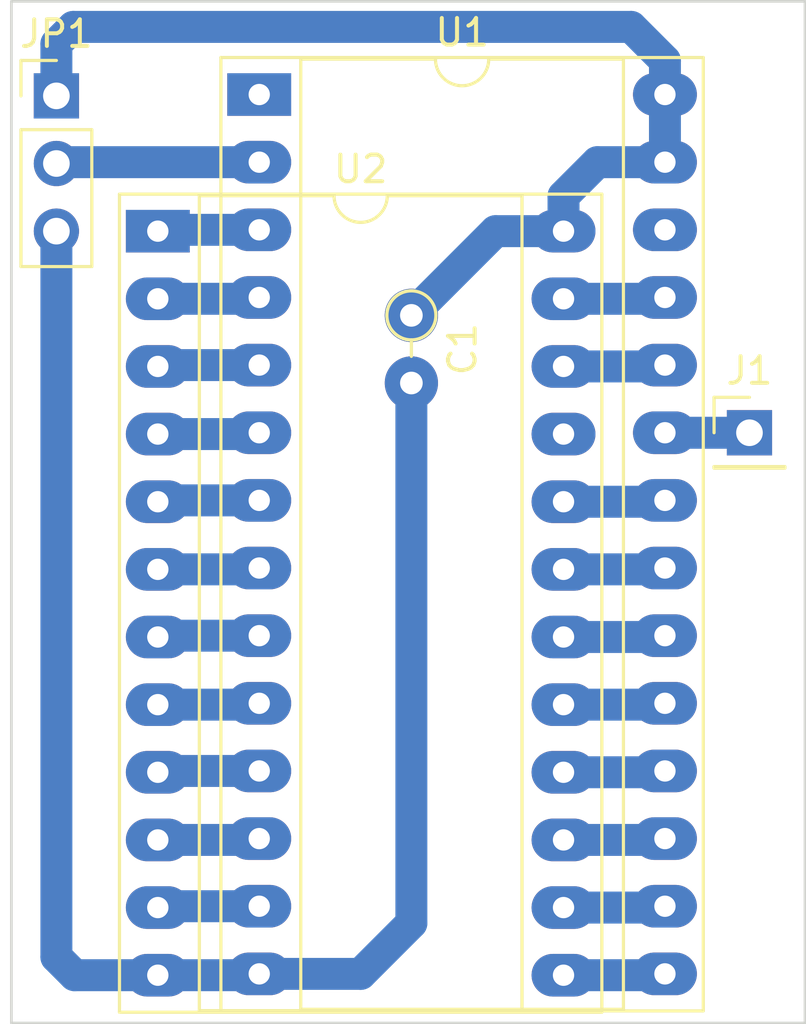
<source format=kicad_pcb>
(kicad_pcb (version 20240108) (generator "pcbnew") (generator_version "8.0")
  (layers (0 "F.Cu" jumper) (31 "B.Cu" signal) (34 "B.Paste" user) (35 "F.Paste" user) (36 "B.SilkS" user "B.Silkscreen") (37 "F.SilkS" user "F.Silkscreen") (38 "B.Mask" user) (39 "F.Mask" user) (44 "Edge.Cuts" user))
  (net 0 "")
  (net 1 "Net-(JP1-C)")
  (net 3 "Net-(U1-A7)")
  (net 4 "Net-(U1-A6)")
  (net 5 "Net-(U1-A5)")
  (net 6 "Net-(U1-A4)")
  (net 7 "Net-(U1-A3)")
  (net 8 "Net-(U1-A2)")
  (net 9 "Net-(U1-A1)")
  (net 10 "Net-(U1-A0)")
  (net 11 "Net-(U1-D0)")
  (net 12 "Net-(U1-D2)")
  (net 13 "Net-(U1-D3)")
  (net 14 "Net-(U1-D4)")
  (net 15 "Net-(U1-D5)")
  (net 16 "Net-(U1-D6)")
  (net 17 "Net-(U1-D7)")
  (net 18 "Net-(U1-~{CE})")
  (net 19 "Net-(U1-A10)")
  (net 20 "Net-(U1-~{OE})")
  (net 21 "Net-(J1-Pin_1)")
  (net 22 "Net-(U1-A9)")
  (net 23 "Net-(U1-A8)")
  (net 25 "VCC")
  (net 26 "GND")
  (net 27 "Net-(U1-D1)")
  (footprint "Package_DIP:DIP-28_W15.24mm_Socket_LongPads" (layer "F.Cu") (at 116.99 49.48)
    (property "Reference" "U1" (at 7.62 -2.33 0) (layer "F.SilkS"))
    (property "Value" "28HC64")
    (fp_line (start -1.44 -1.39) (end -1.44 34.41) (stroke (width 0.12)) (layer "F.SilkS"))
    (fp_line (start -1.44 34.41) (end 16.68 34.41) (stroke (width 0.12)) (layer "F.SilkS"))
    (fp_line (start 1.56 -1.33) (end 1.56 34.35) (stroke (width 0.12)) (layer "F.SilkS"))
    (fp_line (start 1.56 34.35) (end 13.68 34.35) (stroke (width 0.12)) (layer "F.SilkS"))
    (fp_line (start 6.62 -1.33) (end 1.56 -1.33) (stroke (width 0.12)) (layer "F.SilkS"))
    (fp_line (start 13.68 -1.33) (end 8.62 -1.33) (stroke (width 0.12)) (layer "F.SilkS"))
    (fp_line (start 13.68 34.35) (end 13.68 -1.33) (stroke (width 0.12)) (layer "F.SilkS"))
    (fp_line (start 16.68 -1.39) (end -1.44 -1.39) (stroke (width 0.12)) (layer "F.SilkS"))
    (fp_line (start 16.68 34.41) (end 16.68 -1.39) (stroke (width 0.12)) (layer "F.SilkS"))
    (fp_arc (start 8.62 -1.33) (mid 7.62 -0.33) (end 6.62 -1.33) (stroke (width 0.12)) (layer "F.SilkS"))
    (pad "1" thru_hole rect (at 0 0) (size 2.4 1.6) (drill 0.8) (layers "*.Cu" "*.Mask"))
    (pad "2" thru_hole oval (at 0 2.54) (size 2.4 1.6) (drill 0.8) (layers "*.Cu" "*.Mask") (net 1 "Net-(JP1-C)"))
    (pad "3" thru_hole oval (at 0 5.08) (size 2.4 1.6) (drill 0.8) (layers "*.Cu" "*.Mask") (net 3 "Net-(U1-A7)"))
    (pad "4" thru_hole oval (at 0 7.62) (size 2.4 1.6) (drill 0.8) (layers "*.Cu" "*.Mask") (net 4 "Net-(U1-A6)"))
    (pad "5" thru_hole oval (at 0 10.16) (size 2.4 1.6) (drill 0.8) (layers "*.Cu" "*.Mask") (net 5 "Net-(U1-A5)"))
    (pad "6" thru_hole oval (at 0 12.7) (size 2.4 1.6) (drill 0.8) (layers "*.Cu" "*.Mask") (net 6 "Net-(U1-A4)"))
    (pad "7" thru_hole oval (at 0 15.24) (size 2.4 1.6) (drill 0.8) (layers "*.Cu" "*.Mask") (net 7 "Net-(U1-A3)"))
    (pad "8" thru_hole oval (at 0 17.78) (size 2.4 1.6) (drill 0.8) (layers "*.Cu" "*.Mask") (net 8 "Net-(U1-A2)"))
    (pad "9" thru_hole oval (at 0 20.32) (size 2.4 1.6) (drill 0.8) (layers "*.Cu" "*.Mask") (net 9 "Net-(U1-A1)"))
    (pad "10" thru_hole oval (at 0 22.86) (size 2.4 1.6) (drill 0.8) (layers "*.Cu" "*.Mask") (net 10 "Net-(U1-A0)"))
    (pad "11" thru_hole oval (at 0 25.4) (size 2.4 1.6) (drill 0.8) (layers "*.Cu" "*.Mask") (net 11 "Net-(U1-D0)"))
    (pad "12" thru_hole oval (at 0 27.94) (size 2.4 1.6) (drill 0.8) (layers "*.Cu" "*.Mask") (net 27 "Net-(U1-D1)"))
    (pad "13" thru_hole oval (at 0 30.48) (size 2.4 1.6) (drill 0.8) (layers "*.Cu" "*.Mask") (net 12 "Net-(U1-D2)"))
    (pad "14" thru_hole oval (at 0 33.02) (size 2.4 1.6) (drill 0.8) (layers "*.Cu" "*.Mask") (net 26 "GND"))
    (pad "15" thru_hole oval (at 15.24 33.02) (size 2.4 1.6) (drill 0.8) (layers "*.Cu" "*.Mask") (net 13 "Net-(U1-D3)"))
    (pad "16" thru_hole oval (at 15.24 30.48) (size 2.4 1.6) (drill 0.8) (layers "*.Cu" "*.Mask") (net 14 "Net-(U1-D4)"))
    (pad "17" thru_hole oval (at 15.24 27.94) (size 2.4 1.6) (drill 0.8) (layers "*.Cu" "*.Mask") (net 15 "Net-(U1-D5)"))
    (pad "18" thru_hole oval (at 15.24 25.4) (size 2.4 1.6) (drill 0.8) (layers "*.Cu" "*.Mask") (net 16 "Net-(U1-D6)"))
    (pad "19" thru_hole oval (at 15.24 22.86) (size 2.4 1.6) (drill 0.8) (layers "*.Cu" "*.Mask") (net 17 "Net-(U1-D7)"))
    (pad "20" thru_hole oval (at 15.24 20.32) (size 2.4 1.6) (drill 0.8) (layers "*.Cu" "*.Mask") (net 18 "Net-(U1-~{CE})"))
    (pad "21" thru_hole oval (at 15.24 17.78) (size 2.4 1.6) (drill 0.8) (layers "*.Cu" "*.Mask") (net 19 "Net-(U1-A10)"))
    (pad "22" thru_hole oval (at 15.24 15.24) (size 2.4 1.6) (drill 0.8) (layers "*.Cu" "*.Mask") (net 20 "Net-(U1-~{OE})"))
    (pad "23" thru_hole oval (at 15.24 12.7) (size 2.4 1.6) (drill 0.8) (layers "*.Cu" "*.Mask") (net 21 "Net-(J1-Pin_1)"))
    (pad "24" thru_hole oval (at 15.24 10.16) (size 2.4 1.6) (drill 0.8) (layers "*.Cu" "*.Mask") (net 22 "Net-(U1-A9)"))
    (pad "25" thru_hole oval (at 15.24 7.62) (size 2.4 1.6) (drill 0.8) (layers "*.Cu" "*.Mask") (net 23 "Net-(U1-A8)"))
    (pad "26" thru_hole oval (at 15.24 5.08) (size 2.4 1.6) (drill 0.8) (layers "*.Cu" "*.Mask"))
    (pad "27" thru_hole oval (at 15.24 2.54) (size 2.4 1.6) (drill 0.8) (layers "*.Cu" "*.Mask") (net 25 "VCC"))
    (pad "28" thru_hole oval (at 15.24 0) (size 2.4 1.6) (drill 0.8) (layers "*.Cu" "*.Mask") (net 25 "VCC"))
  )
  (footprint "Package_DIP:DIP-24_W15.24mm_Socket_LongPads" (layer "F.Cu") (at 113.18 54.61)
    (property "Reference" "U2" (at 7.62 -2.33 0) (layer "F.SilkS"))
    (property "Value" "CG_ROM_SOCKET")
    (fp_line (start -1.44 -1.39) (end -1.44 29.33) (stroke (width 0.12)) (layer "F.SilkS"))
    (fp_line (start -1.44 29.33) (end 16.68 29.33) (stroke (width 0.12)) (layer "F.SilkS"))
    (fp_line (start 1.56 -1.33) (end 1.56 29.27) (stroke (width 0.12)) (layer "F.SilkS"))
    (fp_line (start 1.56 29.27) (end 13.68 29.27) (stroke (width 0.12)) (layer "F.SilkS"))
    (fp_line (start 6.62 -1.33) (end 1.56 -1.33) (stroke (width 0.12)) (layer "F.SilkS"))
    (fp_line (start 13.68 -1.33) (end 8.62 -1.33) (stroke (width 0.12)) (layer "F.SilkS"))
    (fp_line (start 13.68 29.27) (end 13.68 -1.33) (stroke (width 0.12)) (layer "F.SilkS"))
    (fp_line (start 16.68 -1.39) (end -1.44 -1.39) (stroke (width 0.12)) (layer "F.SilkS"))
    (fp_line (start 16.68 29.33) (end 16.68 -1.39) (stroke (width 0.12)) (layer "F.SilkS"))
    (fp_arc (start 8.62 -1.33) (mid 7.62 -0.33) (end 6.62 -1.33) (stroke (width 0.12)) (layer "F.SilkS"))
    (pad "1" thru_hole rect (at 0 0) (size 2.4 1.6) (drill 0.8) (layers "*.Cu" "*.Mask") (net 3 "Net-(U1-A7)"))
    (pad "2" thru_hole oval (at 0 2.54) (size 2.4 1.6) (drill 0.8) (layers "*.Cu" "*.Mask") (net 4 "Net-(U1-A6)"))
    (pad "3" thru_hole oval (at 0 5.08) (size 2.4 1.6) (drill 0.8) (layers "*.Cu" "*.Mask") (net 5 "Net-(U1-A5)"))
    (pad "4" thru_hole oval (at 0 7.62) (size 2.4 1.6) (drill 0.8) (layers "*.Cu" "*.Mask") (net 6 "Net-(U1-A4)"))
    (pad "5" thru_hole oval (at 0 10.16) (size 2.4 1.6) (drill 0.8) (layers "*.Cu" "*.Mask") (net 7 "Net-(U1-A3)"))
    (pad "6" thru_hole oval (at 0 12.7) (size 2.4 1.6) (drill 0.8) (layers "*.Cu" "*.Mask") (net 8 "Net-(U1-A2)"))
    (pad "7" thru_hole oval (at 0 15.24) (size 2.4 1.6) (drill 0.8) (layers "*.Cu" "*.Mask") (net 9 "Net-(U1-A1)"))
    (pad "8" thru_hole oval (at 0 17.78) (size 2.4 1.6) (drill 0.8) (layers "*.Cu" "*.Mask") (net 10 "Net-(U1-A0)"))
    (pad "9" thru_hole oval (at 0 20.32) (size 2.4 1.6) (drill 0.8) (layers "*.Cu" "*.Mask") (net 11 "Net-(U1-D0)"))
    (pad "10" thru_hole oval (at 0 22.86) (size 2.4 1.6) (drill 0.8) (layers "*.Cu" "*.Mask") (net 27 "Net-(U1-D1)"))
    (pad "11" thru_hole oval (at 0 25.4) (size 2.4 1.6) (drill 0.8) (layers "*.Cu" "*.Mask") (net 12 "Net-(U1-D2)"))
    (pad "12" thru_hole oval (at 0 27.94) (size 2.4 1.6) (drill 0.8) (layers "*.Cu" "*.Mask") (net 26 "GND"))
    (pad "13" thru_hole oval (at 15.24 27.94) (size 2.4 1.6) (drill 0.8) (layers "*.Cu" "*.Mask") (net 13 "Net-(U1-D3)"))
    (pad "14" thru_hole oval (at 15.24 25.4) (size 2.4 1.6) (drill 0.8) (layers "*.Cu" "*.Mask") (net 14 "Net-(U1-D4)"))
    (pad "15" thru_hole oval (at 15.24 22.86) (size 2.4 1.6) (drill 0.8) (layers "*.Cu" "*.Mask") (net 15 "Net-(U1-D5)"))
    (pad "16" thru_hole oval (at 15.24 20.32) (size 2.4 1.6) (drill 0.8) (layers "*.Cu" "*.Mask") (net 16 "Net-(U1-D6)"))
    (pad "17" thru_hole oval (at 15.24 17.78) (size 2.4 1.6) (drill 0.8) (layers "*.Cu" "*.Mask") (net 17 "Net-(U1-D7)"))
    (pad "18" thru_hole oval (at 15.24 15.24) (size 2.4 1.6) (drill 0.8) (layers "*.Cu" "*.Mask") (net 18 "Net-(U1-~{CE})"))
    (pad "19" thru_hole oval (at 15.24 12.7) (size 2.4 1.6) (drill 0.8) (layers "*.Cu" "*.Mask") (net 19 "Net-(U1-A10)"))
    (pad "20" thru_hole oval (at 15.24 10.16) (size 2.4 1.6) (drill 0.8) (layers "*.Cu" "*.Mask") (net 20 "Net-(U1-~{OE})"))
    (pad "21" thru_hole oval (at 15.24 7.62) (size 2.4 1.6) (drill 0.8) (layers "*.Cu" "*.Mask"))
    (pad "22" thru_hole oval (at 15.24 5.08) (size 2.4 1.6) (drill 0.8) (layers "*.Cu" "*.Mask") (net 22 "Net-(U1-A9)"))
    (pad "23" thru_hole oval (at 15.24 2.54) (size 2.4 1.6) (drill 0.8) (layers "*.Cu" "*.Mask") (net 23 "Net-(U1-A8)"))
    (pad "24" thru_hole oval (at 15.24 0) (size 2.4 1.6) (drill 0.8) (layers "*.Cu" "*.Mask") (net 25 "VCC"))
  )
  (footprint "Connector_PinHeader_2.54mm:PinHeader_1x03_P2.54mm_Vertical" (layer "F.Cu") (at 109.37 49.53)
    (property "Reference" "JP1" (at 0 -2.33 0) (layer "F.SilkS"))
    (property "Value" "A12 Select")
    (fp_line (start -1.33 -1.33) (end 0 -1.33) (stroke (width 0.12)) (layer "F.SilkS"))
    (fp_line (start -1.33 0) (end -1.33 -1.33) (stroke (width 0.12)) (layer "F.SilkS"))
    (fp_line (start -1.33 1.27) (end -1.33 6.41) (stroke (width 0.12)) (layer "F.SilkS"))
    (fp_line (start -1.33 1.27) (end 1.33 1.27) (stroke (width 0.12)) (layer "F.SilkS"))
    (fp_line (start -1.33 6.41) (end 1.33 6.41) (stroke (width 0.12)) (layer "F.SilkS"))
    (fp_line (start 1.33 1.27) (end 1.33 6.41) (stroke (width 0.12)) (layer "F.SilkS"))
    (pad "1" thru_hole rect (at 0 0) (size 1.7 1.7) (drill 1) (layers "*.Cu" "*.Mask") (net 25 "VCC"))
    (pad "2" thru_hole oval (at 0 2.54) (size 1.7 1.7) (drill 1) (layers "*.Cu" "*.Mask") (net 1 "Net-(JP1-C)"))
    (pad "3" thru_hole oval (at 0 5.08) (size 1.7 1.7) (drill 1) (layers "*.Cu" "*.Mask") (net 26 "GND"))
  )
  (footprint "Connector_PinHeader_2.54mm:PinHeader_1x01_P2.54mm_Vertical" (layer "F.Cu") (at 135.405 62.18)
    (property "Reference" "J1" (at 0 -2.33 0) (layer "F.SilkS"))
    (property "Value" "A11")
    (fp_line (start -1.33 -1.33) (end 0 -1.33) (stroke (width 0.12)) (layer "F.SilkS"))
    (fp_line (start -1.33 0) (end -1.33 -1.33) (stroke (width 0.12)) (layer "F.SilkS"))
    (fp_line (start -1.33 1.27) (end -1.33 1.33) (stroke (width 0.12)) (layer "F.SilkS"))
    (fp_line (start -1.33 1.27) (end 1.33 1.27) (stroke (width 0.12)) (layer "F.SilkS"))
    (fp_line (start -1.33 1.33) (end 1.33 1.33) (stroke (width 0.12)) (layer "F.SilkS"))
    (fp_line (start 1.33 1.27) (end 1.33 1.33) (stroke (width 0.12)) (layer "F.SilkS"))
    (pad "1" thru_hole rect (at 0 0) (size 1.7 1.7) (drill 1) (layers "*.Cu" "*.Mask") (net 21 "Net-(J1-Pin_1)"))
  )
  (footprint "Kao_Library:LargePad_R_Axial_DIN0204_L3.6mm_D1.6mm_P2.54mm_Vertical" (layer "F.Cu") (at 122.705 57.7725 -90)
    (property "Reference" "C1" (at 1.27 -1.92 90) (layer "F.SilkS"))
    (property "Value" "0.1")
    (fp_line (start 0.92 0) (end 1.54 0) (stroke (width 0.12)) (layer "F.SilkS"))
    (fp_circle (center 0 0) (end 0.92 0) (stroke (width 0.12)) (fill none) (layer "F.SilkS"))
    (pad "1" thru_hole circle (at 0 0 270) (size 2 2) (drill 0.85) (layers "*.Cu" "*.Mask") (net 25 "VCC"))
    (pad "2" thru_hole circle (at 2.54 0 270) (size 2 2) (drill 0.85) (layers "*.Cu" "*.Mask") (net 26 "GND"))
  )
  (gr_rect (start 107.68 45.98) (end 137.49 84.345) (stroke (width 0.1)) (fill none) (layer "Edge.Cuts"))
  (segment (start 109.42 52.02) (end 109.37 52.07) (width 1.2) (layer "B.Cu") (net 1))
  (segment (start 116.99 52.02) (end 109.42 52.02) (width 1.2) (layer "B.Cu") (net 1))
  (segment (start 116.99 54.56) (end 113.23 54.56) (width 1.2) (layer "B.Cu") (net 3))
  (segment (start 113.23 54.56) (end 113.18 54.61) (width 1.2) (layer "B.Cu") (net 3))
  (segment (start 113.18 57.15) (end 116.94 57.15) (width 1.2) (layer "B.Cu") (net 4))
  (segment (start 116.94 57.15) (end 116.99 57.1) (width 1.2) (layer "B.Cu") (net 4))
  (segment (start 113.23 59.64) (end 113.18 59.69) (width 1.2) (layer "B.Cu") (net 5))
  (segment (start 116.99 59.64) (end 113.23 59.64) (width 1.2) (layer "B.Cu") (net 5))
  (segment (start 113.18 62.23) (end 116.94 62.23) (width 1.2) (layer "B.Cu") (net 6))
  (segment (start 116.94 62.23) (end 116.99 62.18) (width 1.2) (layer "B.Cu") (net 6))
  (segment (start 116.99 64.72) (end 113.23 64.72) (width 1.2) (layer "B.Cu") (net 7))
  (segment (start 113.23 64.72) (end 113.18 64.77) (width 1.2) (layer "B.Cu") (net 7))
  (segment (start 113.18 67.31) (end 116.94 67.31) (width 1.2) (layer "B.Cu") (net 8))
  (segment (start 116.94 67.31) (end 116.99 67.26) (width 1.2) (layer "B.Cu") (net 8))
  (segment (start 116.99 69.8) (end 113.23 69.8) (width 1.2) (layer "B.Cu") (net 9))
  (segment (start 113.23 69.8) (end 113.18 69.85) (width 1.2) (layer "B.Cu") (net 9))
  (segment (start 116.94 72.39) (end 116.99 72.34) (width 1.2) (layer "B.Cu") (net 10))
  (segment (start 113.18 72.39) (end 116.94 72.39) (width 1.2) (layer "B.Cu") (net 10))
  (segment (start 116.99 74.88) (end 113.23 74.88) (width 1.2) (layer "B.Cu") (net 11))
  (segment (start 113.23 74.88) (end 113.18 74.93) (width 1.2) (layer "B.Cu") (net 11))
  (segment (start 113.23 79.96) (end 113.18 80.01) (width 1.2) (layer "B.Cu") (net 12))
  (segment (start 116.99 79.96) (end 113.23 79.96) (width 1.2) (layer "B.Cu") (net 12))
  (segment (start 128.42 82.55) (end 132.18 82.55) (width 1.2) (layer "B.Cu") (net 13))
  (segment (start 132.18 82.55) (end 132.23 82.5) (width 1.2) (layer "B.Cu") (net 13))
  (segment (start 128.42 80.01) (end 132.18 80.01) (width 1.2) (layer "B.Cu") (net 14))
  (segment (start 132.18 80.01) (end 132.23 79.96) (width 1.2) (layer "B.Cu") (net 14))
  (segment (start 128.42 77.47) (end 132.18 77.47) (width 1.2) (layer "B.Cu") (net 15))
  (segment (start 132.18 77.47) (end 132.23 77.42) (width 1.2) (layer "B.Cu") (net 15))
  (segment (start 132.18 74.93) (end 132.23 74.88) (width 1.2) (layer "B.Cu") (net 16))
  (segment (start 128.42 74.93) (end 132.18 74.93) (width 1.2) (layer "B.Cu") (net 16))
  (segment (start 132.18 72.39) (end 132.23 72.34) (width 1.2) (layer "B.Cu") (net 17))
  (segment (start 128.42 72.39) (end 132.18 72.39) (width 1.2) (layer "B.Cu") (net 17))
  (segment (start 128.42 69.85) (end 132.18 69.85) (width 1.2) (layer "B.Cu") (net 18))
  (segment (start 132.18 69.85) (end 132.23 69.8) (width 1.2) (layer "B.Cu") (net 18))
  (segment (start 128.42 67.31) (end 132.18 67.31) (width 1.2) (layer "B.Cu") (net 19))
  (segment (start 132.18 67.31) (end 132.23 67.26) (width 1.2) (layer "B.Cu") (net 19))
  (segment (start 128.42 64.77) (end 132.18 64.77) (width 1.2) (layer "B.Cu") (net 20))
  (segment (start 132.18 64.77) (end 132.23 64.72) (width 1.2) (layer "B.Cu") (net 20))
  (segment (start 132.23 62.18) (end 135.405 62.18) (width 1.2) (layer "B.Cu") (net 21))
  (segment (start 128.42 59.69) (end 132.18 59.69) (width 1.2) (layer "B.Cu") (net 22))
  (segment (start 132.18 59.69) (end 132.23 59.64) (width 1.2) (layer "B.Cu") (net 22))
  (segment (start 132.18 57.15) (end 132.23 57.1) (width 1.2) (layer "B.Cu") (net 23))
  (segment (start 128.42 57.15) (end 132.18 57.15) (width 1.2) (layer "B.Cu") (net 23))
  (segment (start 132.23 48.21) (end 132.23 49.48) (width 1.2) (layer "B.Cu") (net 25))
  (segment (start 110.005 46.94) (end 130.96 46.94) (width 1.2) (layer "B.Cu") (net 25))
  (segment (start 109.37 49.53) (end 109.37 47.575) (width 1.2) (layer "B.Cu") (net 25))
  (segment (start 130.96 46.94) (end 132.23 48.21) (width 1.2) (layer "B.Cu") (net 25))
  (segment (start 128.42 54.61) (end 125.8675 54.61) (width 1.2) (layer "B.Cu") (net 25))
  (segment (start 128.42 53.29) (end 129.69 52.02) (width 1.2) (layer "B.Cu") (net 25))
  (segment (start 132.23 52.02) (end 132.23 49.48) (width 1.2) (layer "B.Cu") (net 25))
  (segment (start 128.42 54.61) (end 128.42 53.29) (width 1.2) (layer "B.Cu") (net 25))
  (segment (start 109.37 47.575) (end 110.005 46.94) (width 1.2) (layer "B.Cu") (net 25))
  (segment (start 125.8675 54.61) (end 122.705 57.7725) (width 1.2) (layer "B.Cu") (net 25))
  (segment (start 129.69 52.02) (end 132.23 52.02) (width 1.2) (layer "B.Cu") (net 25))
  (segment (start 109.37 81.865) (end 110.055 82.55) (width 1.2) (layer "B.Cu") (net 26))
  (segment (start 110.055 82.55) (end 113.18 82.55) (width 1.2) (layer "B.Cu") (net 26))
  (segment (start 113.18 82.55) (end 116.94 82.55) (width 1.2) (layer "B.Cu") (net 26))
  (segment (start 122.705 80.595) (end 122.705 60.3125) (width 1.2) (layer "B.Cu") (net 26))
  (segment (start 109.37 54.61) (end 109.37 81.865) (width 1.2) (layer "B.Cu") (net 26))
  (segment (start 116.94 82.55) (end 116.99 82.5) (width 1.2) (layer "B.Cu") (net 26))
  (segment (start 116.99 82.5) (end 120.8 82.5) (width 1.2) (layer "B.Cu") (net 26))
  (segment (start 120.8 82.5) (end 122.705 80.595) (width 1.2) (layer "B.Cu") (net 26))
  (segment (start 113.18 77.47) (end 116.94 77.47) (width 1.2) (layer "B.Cu") (net 27))
  (segment (start 116.94 77.47) (end 116.99 77.42) (width 1.2) (layer "B.Cu") (net 27))
)
</source>
